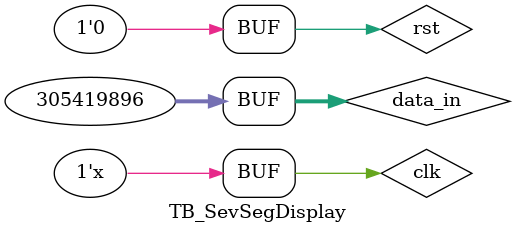
<source format=v>
`timescale 1ns / 1ps

module TB_SevSegDisplay( );
    reg clk, rst;
    reg [31:0] data_in;
    wire [6:0] LED_Out;
    wire [7:0] LED_Control;
    
    SevSegDisplay DUT (
        .clk(clk),
        .rst(rst),
        .data_in(data_in),
        .LED_Out(LED_Out),
        .LED_Control(LED_Control)
        );
    
    initial
        clk = 0;
        always #5 clk = ~clk;
    
    initial 
    begin
        rst <= 1'b1; #10;
        rst <= 1'b0; 
        data_in <= 32'h12345678;
    end
endmodule
</source>
